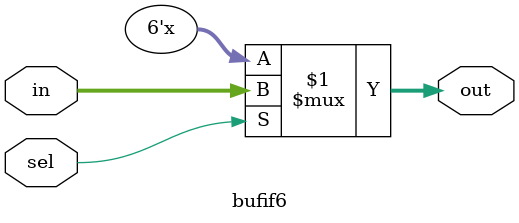
<source format=v>
module bufif6(sel,in,out);
input sel;
input [5:0]in;
output [5:0]out;
	assign out=sel?in:6'bzzzzzz;
endmodule

</source>
